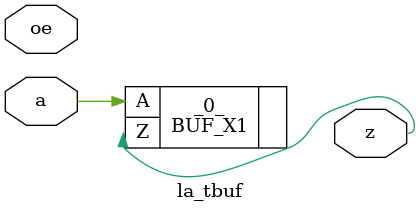
<source format=v>
/* Generated by Yosys 0.37 (git sha1 a5c7f69ed, clang 14.0.0-1ubuntu1.1 -fPIC -Os) */

module la_tbuf(a, oe, z);
  input a;
  wire a;
  input oe;
  wire oe;
  output z;
  wire z;
  BUF_X1 _0_ (
    .A(a),
    .Z(z)
  );
endmodule

</source>
